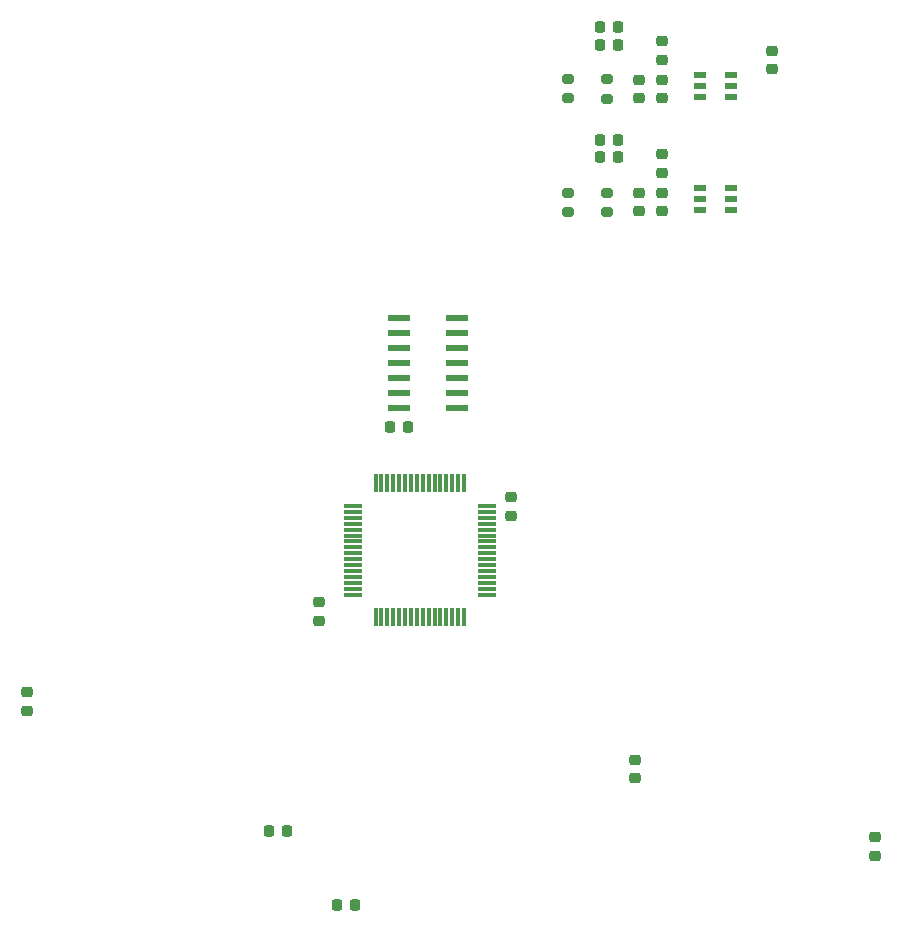
<source format=gbr>
%TF.GenerationSoftware,KiCad,Pcbnew,8.0.6*%
%TF.CreationDate,2025-01-05T12:11:02-05:00*%
%TF.ProjectId,omni-wheel,6f6d6e69-2d77-4686-9565-6c2e6b696361,rev?*%
%TF.SameCoordinates,Original*%
%TF.FileFunction,Paste,Top*%
%TF.FilePolarity,Positive*%
%FSLAX46Y46*%
G04 Gerber Fmt 4.6, Leading zero omitted, Abs format (unit mm)*
G04 Created by KiCad (PCBNEW 8.0.6) date 2025-01-05 12:11:02*
%MOMM*%
%LPD*%
G01*
G04 APERTURE LIST*
G04 Aperture macros list*
%AMRoundRect*
0 Rectangle with rounded corners*
0 $1 Rounding radius*
0 $2 $3 $4 $5 $6 $7 $8 $9 X,Y pos of 4 corners*
0 Add a 4 corners polygon primitive as box body*
4,1,4,$2,$3,$4,$5,$6,$7,$8,$9,$2,$3,0*
0 Add four circle primitives for the rounded corners*
1,1,$1+$1,$2,$3*
1,1,$1+$1,$4,$5*
1,1,$1+$1,$6,$7*
1,1,$1+$1,$8,$9*
0 Add four rect primitives between the rounded corners*
20,1,$1+$1,$2,$3,$4,$5,0*
20,1,$1+$1,$4,$5,$6,$7,0*
20,1,$1+$1,$6,$7,$8,$9,0*
20,1,$1+$1,$8,$9,$2,$3,0*%
G04 Aperture macros list end*
%ADD10R,1.050000X0.550000*%
%ADD11RoundRect,0.225000X-0.250000X0.225000X-0.250000X-0.225000X0.250000X-0.225000X0.250000X0.225000X0*%
%ADD12RoundRect,0.225000X-0.225000X-0.250000X0.225000X-0.250000X0.225000X0.250000X-0.225000X0.250000X0*%
%ADD13RoundRect,0.075000X0.075000X-0.700000X0.075000X0.700000X-0.075000X0.700000X-0.075000X-0.700000X0*%
%ADD14RoundRect,0.075000X0.700000X-0.075000X0.700000X0.075000X-0.700000X0.075000X-0.700000X-0.075000X0*%
%ADD15RoundRect,0.200000X-0.275000X0.200000X-0.275000X-0.200000X0.275000X-0.200000X0.275000X0.200000X0*%
%ADD16RoundRect,0.225000X0.225000X0.250000X-0.225000X0.250000X-0.225000X-0.250000X0.225000X-0.250000X0*%
%ADD17RoundRect,0.225000X0.250000X-0.225000X0.250000X0.225000X-0.250000X0.225000X-0.250000X-0.225000X0*%
%ADD18RoundRect,0.218750X-0.256250X0.218750X-0.256250X-0.218750X0.256250X-0.218750X0.256250X0.218750X0*%
%ADD19RoundRect,0.200000X0.275000X-0.200000X0.275000X0.200000X-0.275000X0.200000X-0.275000X-0.200000X0*%
%ADD20R,1.981200X0.558800*%
G04 APERTURE END LIST*
D10*
%TO.C,IC2*%
X141087499Y-65842499D03*
X141087499Y-64892499D03*
X141087499Y-63942499D03*
X138487499Y-63942499D03*
X138487499Y-64892499D03*
X138487499Y-65842499D03*
%TD*%
%TO.C,IC1*%
X141087500Y-75425003D03*
X141087500Y-74475003D03*
X141087500Y-73525003D03*
X138487500Y-73525003D03*
X138487500Y-74475003D03*
X138487500Y-75425003D03*
%TD*%
D11*
%TO.C,C14*%
X153250000Y-128500000D03*
X153250000Y-130050000D03*
%TD*%
D12*
%TO.C,C8*%
X130012498Y-59937501D03*
X131562498Y-59937501D03*
%TD*%
D13*
%TO.C,U3*%
X111000001Y-109880000D03*
X111500000Y-109880000D03*
X112000000Y-109880000D03*
X112500000Y-109880000D03*
X113000000Y-109880000D03*
X113500001Y-109880000D03*
X114000000Y-109880000D03*
X114500000Y-109880000D03*
X115000000Y-109880000D03*
X115500000Y-109880000D03*
X115999999Y-109880000D03*
X116500000Y-109880000D03*
X117000000Y-109880000D03*
X117500000Y-109880000D03*
X118000000Y-109880000D03*
X118499999Y-109880000D03*
D14*
X120425000Y-107954999D03*
X120425000Y-107455000D03*
X120425000Y-106955000D03*
X120425000Y-106455000D03*
X120425000Y-105955000D03*
X120425000Y-105454999D03*
X120425000Y-104955000D03*
X120425000Y-104455000D03*
X120425000Y-103955000D03*
X120425000Y-103455000D03*
X120425000Y-102955001D03*
X120425000Y-102455000D03*
X120425000Y-101955000D03*
X120425000Y-101455000D03*
X120425000Y-100955000D03*
X120425000Y-100455001D03*
D13*
X118499999Y-98530000D03*
X118000000Y-98530000D03*
X117500000Y-98530000D03*
X117000000Y-98530000D03*
X116500000Y-98530000D03*
X115999999Y-98530000D03*
X115500000Y-98530000D03*
X115000000Y-98530000D03*
X114500000Y-98530000D03*
X114000000Y-98530000D03*
X113500001Y-98530000D03*
X113000000Y-98530000D03*
X112500000Y-98530000D03*
X112000000Y-98530000D03*
X111500000Y-98530000D03*
X111000001Y-98530000D03*
D14*
X109075000Y-100455001D03*
X109075000Y-100955000D03*
X109075000Y-101455000D03*
X109075000Y-101955000D03*
X109075000Y-102455000D03*
X109075000Y-102955001D03*
X109075000Y-103455000D03*
X109075000Y-103955000D03*
X109075000Y-104455000D03*
X109075000Y-104955000D03*
X109075000Y-105454999D03*
X109075000Y-105955000D03*
X109075000Y-106455000D03*
X109075000Y-106955000D03*
X109075000Y-107455000D03*
X109075000Y-107954999D03*
%TD*%
D15*
%TO.C,R3*%
X130562499Y-64337501D03*
X130562499Y-65987501D03*
%TD*%
D11*
%TO.C,C4*%
X133287499Y-73970003D03*
X133287499Y-75520003D03*
%TD*%
D16*
%TO.C,C16*%
X109275000Y-134250000D03*
X107725000Y-134250000D03*
%TD*%
D12*
%TO.C,C10*%
X101950000Y-128000000D03*
X103500000Y-128000000D03*
%TD*%
D17*
%TO.C,C11*%
X144562500Y-63462499D03*
X144562500Y-61912499D03*
%TD*%
%TO.C,C1*%
X122500000Y-101275000D03*
X122500000Y-99725000D03*
%TD*%
D11*
%TO.C,C9*%
X133287499Y-64387501D03*
X133287499Y-65937501D03*
%TD*%
D18*
%TO.C,L1*%
X135287500Y-70687499D03*
X135287500Y-72262501D03*
%TD*%
D11*
%TO.C,C3*%
X135287501Y-73970000D03*
X135287501Y-75520000D03*
%TD*%
D12*
%TO.C,C6*%
X130012499Y-69437500D03*
X131562499Y-69437500D03*
%TD*%
D16*
%TO.C,C5*%
X131562500Y-70937502D03*
X130012500Y-70937502D03*
%TD*%
D19*
%TO.C,R2*%
X127287499Y-75570004D03*
X127287499Y-73920004D03*
%TD*%
D11*
%TO.C,C2*%
X106200000Y-108600000D03*
X106200000Y-110150000D03*
%TD*%
D16*
%TO.C,C7*%
X131562501Y-61437500D03*
X130012501Y-61437500D03*
%TD*%
D15*
%TO.C,R1*%
X130562499Y-73920003D03*
X130562499Y-75570003D03*
%TD*%
D18*
%TO.C,L2*%
X135287498Y-61105001D03*
X135287498Y-62680003D03*
%TD*%
D17*
%TO.C,C13*%
X81500000Y-117775000D03*
X81500000Y-116225000D03*
%TD*%
D19*
%TO.C,R4*%
X127287498Y-65937502D03*
X127287498Y-64287502D03*
%TD*%
D11*
%TO.C,C15*%
X133000000Y-121975000D03*
X133000000Y-123525000D03*
%TD*%
%TO.C,C12*%
X135287499Y-64387500D03*
X135287499Y-65937500D03*
%TD*%
D12*
%TO.C,C17*%
X112225000Y-93750000D03*
X113775000Y-93750000D03*
%TD*%
D20*
%TO.C,U6*%
X117927600Y-92150000D03*
X117927600Y-90880000D03*
X117927600Y-89610000D03*
X117927600Y-88340000D03*
X117927600Y-87070000D03*
X117927600Y-85800000D03*
X117927600Y-84530000D03*
X113000000Y-84530000D03*
X113000000Y-85800000D03*
X113000000Y-87070000D03*
X113000000Y-88340000D03*
X113000000Y-89610000D03*
X113000000Y-90880000D03*
X113000000Y-92150000D03*
%TD*%
M02*

</source>
